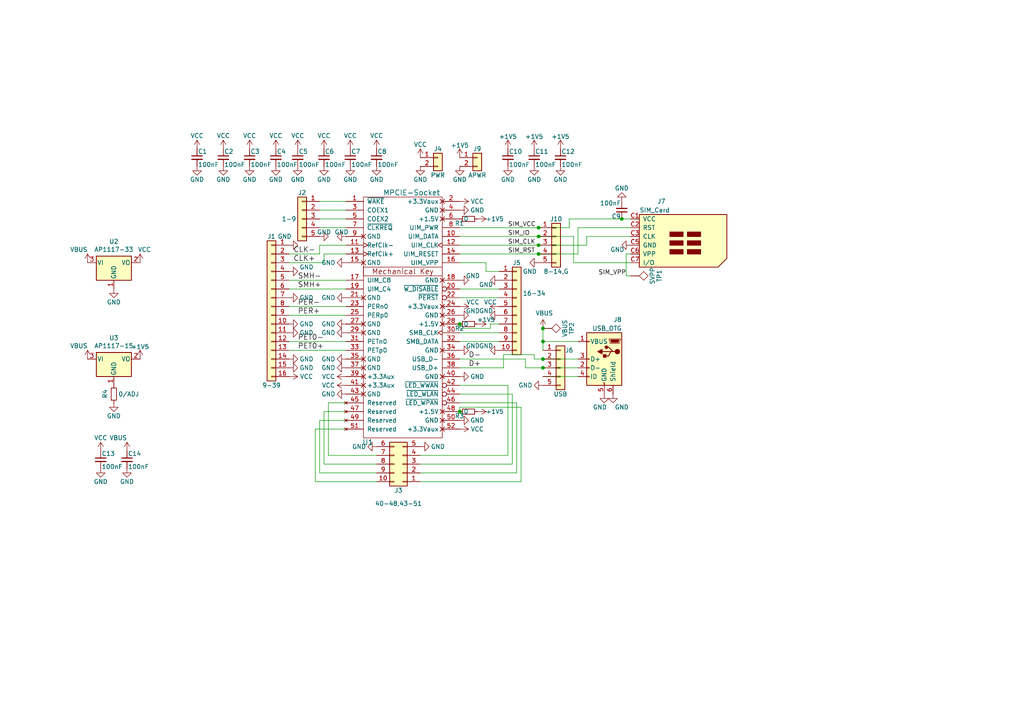
<source format=kicad_sch>
(kicad_sch (version 20211123) (generator eeschema)
  (paper "A4")
  (lib_symbols
    (symbol "Device:C_Small" (pin_numbers hide) (pin_names (offset 0.254) hide)
      (property "Reference" "C" (at 0.254 1.778 0))
      (property "Value" "C_Small" (at 0.254 -2.032 0))
      (symbol "C_Small_0_1"
        (polyline (pts (xy -1.524 -0.508) (xy 1.524 -0.508)) (stroke (width 0.3302)))
        (polyline (pts (xy -1.524 0.508) (xy 1.524 0.508)) (stroke (width 0.3048)))
      )
      (symbol "C_Small_1_1"
        (pin passive line (at 0 2.54 270) (length 2.032) (name "~") (number "1"))
        (pin passive line (at 0 -2.54 90) (length 2.032) (name "~") (number "2"))
      )
    )
    (symbol "Device:R_Small" (pin_numbers hide) (pin_names (offset 0.254) hide)
      (property "Reference" "R" (at 0.762 0.508 0))
      (property "Value" "R_Small" (at 0.762 -1.016 0))
      (symbol "R_Small_0_1"
        (rectangle (start -0.762 1.778) (end 0.762 -1.778) (stroke (width 0.2032)))
      )
      (symbol "R_Small_1_1"
        (pin passive line (at 0 2.54 270) (length 0.762) (name "~") (number "1"))
        (pin passive line (at 0 -2.54 90) (length 0.762) (name "~") (number "2"))
      )
    )
    (symbol "Regulator_Linear:AP1117-15" (pin_names (offset 0.254))
      (property "Reference" "U" (at -3.81 3.175 0))
      (property "Value" "AP1117-15" (at 0 3.175 0))
      (symbol "AP1117-15_0_1"
        (rectangle (start -5.08 -5.08) (end 5.08 1.905) (stroke (width 0.254)) (fill (type background)))
      )
      (symbol "AP1117-15_1_1"
        (pin power_in line (at 0 -7.62 90) (length 2.54) (name "GND") (number "1"))
        (pin power_out line (at 7.62 0 180) (length 2.54) (name "VO") (number "2"))
        (pin power_in line (at -7.62 0 0) (length 2.54) (name "VI") (number "3"))
      )
    )
    (symbol "Regulator_Linear:AP1117-33" (pin_names (offset 0.254))
      (property "Reference" "U" (at -3.81 3.175 0))
      (property "Value" "AP1117-33" (at 0 3.175 0))
      (symbol "AP1117-33_0_1"
        (rectangle (start -5.08 -5.08) (end 5.08 1.905) (stroke (width 0.254)) (fill (type background)))
      )
      (symbol "AP1117-33_1_1"
        (pin power_in line (at 0 -7.62 90) (length 2.54) (name "GND") (number "1"))
        (pin power_out line (at 7.62 0 180) (length 2.54) (name "VO") (number "2"))
        (pin power_in line (at -7.62 0 0) (length 2.54) (name "VI") (number "3"))
      )
    )
    (symbol "mpcie:MPCIE-Socket" (pin_names (offset 1.016))
      (property "Reference" "U" (at -10.16 33.02 0))
      (property "Value" "MPCIE-Socket" (at 2.54 -39.37 0))
      (symbol "MPCIE-Socket_0_0"
        (text "Mechanical Key" (at 0 -16.51 0) (effects (font (size 1.524 1.524))))
      )
      (symbol "MPCIE-Socket_0_1"
        (rectangle (start -11.43 -38.1) (end 11.43 31.75))
        (rectangle (start -11.43 -15.24) (end 11.43 -17.78))
      )
      (symbol "MPCIE-Socket_1_1"
        (pin bidirectional line (at -16.51 -36.83 0) (length 5.08) (name "~{WAKE}") (number "1"))
        (pin bidirectional line (at 16.51 -26.67 180) (length 5.08) (name "UIM_DATA") (number "10"))
        (pin input clock (at -16.51 -24.13 0) (length 5.08) (name "RefClk-") (number "11"))
        (pin bidirectional clock (at 16.51 -24.13 180) (length 5.08) (name "UIM_CLK") (number "12"))
        (pin input clock (at -16.51 -21.59 0) (length 5.08) (name "RefClk+") (number "13"))
        (pin bidirectional line (at 16.51 -21.59 180) (length 5.08) (name "UIM_RESET") (number "14"))
        (pin power_in non_logic (at -16.51 -19.05 0) (length 5.08) (name "GND") (number "15"))
        (pin bidirectional line (at 16.51 -19.05 180) (length 5.08) (name "UIM_VPP") (number "16"))
        (pin bidirectional line (at -16.51 -13.97 0) (length 5.08) (name "UIM_C8") (number "17"))
        (pin power_in non_logic (at 16.51 -13.97 180) (length 5.08) (name "GND") (number "18"))
        (pin bidirectional line (at -16.51 -11.43 0) (length 5.08) (name "UIM_C4") (number "19"))
        (pin power_in non_logic (at 16.51 -36.83 180) (length 5.08) (name "+3.3Vaux") (number "2"))
        (pin bidirectional inverted (at 16.51 -11.43 180) (length 5.08) (name "~{W_DISABLE}") (number "20"))
        (pin power_in non_logic (at -16.51 -8.89 0) (length 5.08) (name "GND") (number "21"))
        (pin bidirectional inverted (at 16.51 -8.89 180) (length 5.08) (name "~{PERST}") (number "22"))
        (pin bidirectional line (at -16.51 -6.35 0) (length 5.08) (name "PERn0") (number "23"))
        (pin power_in non_logic (at 16.51 -6.35 180) (length 5.08) (name "+3.3Vaux") (number "24"))
        (pin bidirectional line (at -16.51 -3.81 0) (length 5.08) (name "PERp0") (number "25"))
        (pin power_in non_logic (at 16.51 -3.81 180) (length 5.08) (name "GND") (number "26"))
        (pin power_in non_logic (at -16.51 -1.27 0) (length 5.08) (name "GND") (number "27"))
        (pin power_in non_logic (at 16.51 -1.27 180) (length 5.08) (name "+1.5V") (number "28"))
        (pin power_in non_logic (at -16.51 1.27 0) (length 5.08) (name "GND") (number "29"))
        (pin bidirectional line (at -16.51 -34.29 0) (length 5.08) (name "COEX1") (number "3"))
        (pin bidirectional clock (at 16.51 1.27 180) (length 5.08) (name "SMB_CLK") (number "30"))
        (pin bidirectional line (at -16.51 3.81 0) (length 5.08) (name "PETn0") (number "31"))
        (pin bidirectional line (at 16.51 3.81 180) (length 5.08) (name "SMB_DATA") (number "32"))
        (pin bidirectional line (at -16.51 6.35 0) (length 5.08) (name "PETp0") (number "33"))
        (pin power_in non_logic (at 16.51 6.35 180) (length 5.08) (name "GND") (number "34"))
        (pin power_in non_logic (at -16.51 8.89 0) (length 5.08) (name "GND") (number "35"))
        (pin bidirectional line (at 16.51 8.89 180) (length 5.08) (name "USB_D-") (number "36"))
        (pin power_in non_logic (at -16.51 11.43 0) (length 5.08) (name "GND") (number "37"))
        (pin bidirectional line (at 16.51 11.43 180) (length 5.08) (name "USB_D+") (number "38"))
        (pin power_in non_logic (at -16.51 13.97 0) (length 5.08) (name "+3.3Aux") (number "39"))
        (pin power_in non_logic (at 16.51 -34.29 180) (length 5.08) (name "GND") (number "4"))
        (pin power_in non_logic (at 16.51 13.97 180) (length 5.08) (name "GND") (number "40"))
        (pin power_in non_logic (at -16.51 16.51 0) (length 5.08) (name "+3.3Aux") (number "41"))
        (pin bidirectional inverted (at 16.51 16.51 180) (length 5.08) (name "~{LED_WWAN}") (number "42"))
        (pin power_in non_logic (at -16.51 19.05 0) (length 5.08) (name "GND") (number "43"))
        (pin bidirectional inverted (at 16.51 19.05 180) (length 5.08) (name "~{LED_WLAN}") (number "44"))
        (pin no_connect line (at -16.51 21.59 0) (length 5.08) (name "Reserved") (number "45"))
        (pin bidirectional inverted (at 16.51 21.59 180) (length 5.08) (name "~{LED_WPAN}") (number "46"))
        (pin no_connect line (at -16.51 24.13 0) (length 5.08) (name "Reserved") (number "47"))
        (pin power_in non_logic (at 16.51 24.13 180) (length 5.08) (name "+1.5V") (number "48"))
        (pin no_connect line (at -16.51 26.67 0) (length 5.08) (name "Reserved") (number "49"))
        (pin bidirectional line (at -16.51 -31.75 0) (length 5.08) (name "COEX2") (number "5"))
        (pin power_in non_logic (at 16.51 26.67 180) (length 5.08) (name "GND") (number "50"))
        (pin no_connect line (at -16.51 29.21 0) (length 5.08) (name "Reserved") (number "51"))
        (pin power_in non_logic (at 16.51 29.21 180) (length 5.08) (name "+3.3Vaux") (number "52"))
        (pin power_in non_logic (at 16.51 -31.75 180) (length 5.08) (name "+1.5V") (number "6"))
        (pin bidirectional line (at -16.51 -29.21 0) (length 5.08) (name "~{CLKREQ}") (number "7"))
        (pin bidirectional line (at 16.51 -29.21 180) (length 5.08) (name "UIM_PWR") (number "8"))
        (pin power_in non_logic (at -16.51 -26.67 0) (length 5.08) (name "GND") (number "9"))
      )
    )
    (symbol "mpcie_breakout-rescue:Conn_01x02-conn" (pin_names (offset 1.016) hide)
      (property "Reference" "J" (at 0 2.54 0))
      (property "Value" "Conn_01x02-conn" (at 0 -5.08 0))
      (symbol "Conn_01x02-conn_1_1"
        (rectangle (start -1.27 -2.413) (end 0 -2.667) (stroke (width 0.1524)))
        (rectangle (start -1.27 0.127) (end 0 -0.127) (stroke (width 0.1524)))
        (rectangle (start -1.27 1.27) (end 1.27 -3.81) (stroke (width 0.254)) (fill (type background)))
        (pin passive line (at -5.08 0 0) (length 3.81) (name "Pin_1") (number "1"))
        (pin passive line (at -5.08 -2.54 0) (length 3.81) (name "Pin_2") (number "2"))
      )
    )
    (symbol "mpcie_breakout-rescue:Conn_01x05-conn" (pin_names (offset 1.016) hide)
      (property "Reference" "J" (at 0 7.62 0))
      (property "Value" "Conn_01x05-conn" (at 0 -7.62 0))
      (symbol "Conn_01x05-conn_1_1"
        (rectangle (start -1.27 -4.953) (end 0 -5.207) (stroke (width 0.1524)))
        (rectangle (start -1.27 -2.413) (end 0 -2.667) (stroke (width 0.1524)))
        (rectangle (start -1.27 0.127) (end 0 -0.127) (stroke (width 0.1524)))
        (rectangle (start -1.27 2.667) (end 0 2.413) (stroke (width 0.1524)))
        (rectangle (start -1.27 5.207) (end 0 4.953) (stroke (width 0.1524)))
        (rectangle (start -1.27 6.35) (end 1.27 -6.35) (stroke (width 0.254)) (fill (type background)))
        (pin passive line (at -5.08 5.08 0) (length 3.81) (name "Pin_1") (number "1"))
        (pin passive line (at -5.08 2.54 0) (length 3.81) (name "Pin_2") (number "2"))
        (pin passive line (at -5.08 0 0) (length 3.81) (name "Pin_3") (number "3"))
        (pin passive line (at -5.08 -2.54 0) (length 3.81) (name "Pin_4") (number "4"))
        (pin passive line (at -5.08 -5.08 0) (length 3.81) (name "Pin_5") (number "5"))
      )
    )
    (symbol "mpcie_breakout-rescue:Conn_01x10-conn" (pin_names (offset 1.016) hide)
      (property "Reference" "J" (at 0 12.7 0))
      (property "Value" "Conn_01x10-conn" (at 0 -15.24 0))
      (symbol "Conn_01x10-conn_1_1"
        (rectangle (start -1.27 -12.573) (end 0 -12.827) (stroke (width 0.1524)))
        (rectangle (start -1.27 -10.033) (end 0 -10.287) (stroke (width 0.1524)))
        (rectangle (start -1.27 -7.493) (end 0 -7.747) (stroke (width 0.1524)))
        (rectangle (start -1.27 -4.953) (end 0 -5.207) (stroke (width 0.1524)))
        (rectangle (start -1.27 -2.413) (end 0 -2.667) (stroke (width 0.1524)))
        (rectangle (start -1.27 0.127) (end 0 -0.127) (stroke (width 0.1524)))
        (rectangle (start -1.27 2.667) (end 0 2.413) (stroke (width 0.1524)))
        (rectangle (start -1.27 5.207) (end 0 4.953) (stroke (width 0.1524)))
        (rectangle (start -1.27 7.747) (end 0 7.493) (stroke (width 0.1524)))
        (rectangle (start -1.27 10.287) (end 0 10.033) (stroke (width 0.1524)))
        (rectangle (start -1.27 11.43) (end 1.27 -13.97) (stroke (width 0.254)) (fill (type background)))
        (pin passive line (at -5.08 10.16 0) (length 3.81) (name "Pin_1") (number "1"))
        (pin passive line (at -5.08 -12.7 0) (length 3.81) (name "Pin_10") (number "10"))
        (pin passive line (at -5.08 7.62 0) (length 3.81) (name "Pin_2") (number "2"))
        (pin passive line (at -5.08 5.08 0) (length 3.81) (name "Pin_3") (number "3"))
        (pin passive line (at -5.08 2.54 0) (length 3.81) (name "Pin_4") (number "4"))
        (pin passive line (at -5.08 0 0) (length 3.81) (name "Pin_5") (number "5"))
        (pin passive line (at -5.08 -2.54 0) (length 3.81) (name "Pin_6") (number "6"))
        (pin passive line (at -5.08 -5.08 0) (length 3.81) (name "Pin_7") (number "7"))
        (pin passive line (at -5.08 -7.62 0) (length 3.81) (name "Pin_8") (number "8"))
        (pin passive line (at -5.08 -10.16 0) (length 3.81) (name "Pin_9") (number "9"))
      )
    )
    (symbol "mpcie_breakout-rescue:Conn_01x16-conn" (pin_names (offset 1.016) hide)
      (property "Reference" "J" (at 0 20.32 0))
      (property "Value" "Conn_01x16-conn" (at 0 -22.86 0))
      (symbol "Conn_01x16-conn_1_1"
        (rectangle (start -1.27 -20.193) (end 0 -20.447) (stroke (width 0.1524)))
        (rectangle (start -1.27 -17.653) (end 0 -17.907) (stroke (width 0.1524)))
        (rectangle (start -1.27 -15.113) (end 0 -15.367) (stroke (width 0.1524)))
        (rectangle (start -1.27 -12.573) (end 0 -12.827) (stroke (width 0.1524)))
        (rectangle (start -1.27 -10.033) (end 0 -10.287) (stroke (width 0.1524)))
        (rectangle (start -1.27 -7.493) (end 0 -7.747) (stroke (width 0.1524)))
        (rectangle (start -1.27 -4.953) (end 0 -5.207) (stroke (width 0.1524)))
        (rectangle (start -1.27 -2.413) (end 0 -2.667) (stroke (width 0.1524)))
        (rectangle (start -1.27 0.127) (end 0 -0.127) (stroke (width 0.1524)))
        (rectangle (start -1.27 2.667) (end 0 2.413) (stroke (width 0.1524)))
        (rectangle (start -1.27 5.207) (end 0 4.953) (stroke (width 0.1524)))
        (rectangle (start -1.27 7.747) (end 0 7.493) (stroke (width 0.1524)))
        (rectangle (start -1.27 10.287) (end 0 10.033) (stroke (width 0.1524)))
        (rectangle (start -1.27 12.827) (end 0 12.573) (stroke (width 0.1524)))
        (rectangle (start -1.27 15.367) (end 0 15.113) (stroke (width 0.1524)))
        (rectangle (start -1.27 17.907) (end 0 17.653) (stroke (width 0.1524)))
        (rectangle (start -1.27 19.05) (end 1.27 -21.59) (stroke (width 0.254)) (fill (type background)))
        (pin passive line (at -5.08 17.78 0) (length 3.81) (name "Pin_1") (number "1"))
        (pin passive line (at -5.08 -5.08 0) (length 3.81) (name "Pin_10") (number "10"))
        (pin passive line (at -5.08 -7.62 0) (length 3.81) (name "Pin_11") (number "11"))
        (pin passive line (at -5.08 -10.16 0) (length 3.81) (name "Pin_12") (number "12"))
        (pin passive line (at -5.08 -12.7 0) (length 3.81) (name "Pin_13") (number "13"))
        (pin passive line (at -5.08 -15.24 0) (length 3.81) (name "Pin_14") (number "14"))
        (pin passive line (at -5.08 -17.78 0) (length 3.81) (name "Pin_15") (number "15"))
        (pin passive line (at -5.08 -20.32 0) (length 3.81) (name "Pin_16") (number "16"))
        (pin passive line (at -5.08 15.24 0) (length 3.81) (name "Pin_2") (number "2"))
        (pin passive line (at -5.08 12.7 0) (length 3.81) (name "Pin_3") (number "3"))
        (pin passive line (at -5.08 10.16 0) (length 3.81) (name "Pin_4") (number "4"))
        (pin passive line (at -5.08 7.62 0) (length 3.81) (name "Pin_5") (number "5"))
        (pin passive line (at -5.08 5.08 0) (length 3.81) (name "Pin_6") (number "6"))
        (pin passive line (at -5.08 2.54 0) (length 3.81) (name "Pin_7") (number "7"))
        (pin passive line (at -5.08 0 0) (length 3.81) (name "Pin_8") (number "8"))
        (pin passive line (at -5.08 -2.54 0) (length 3.81) (name "Pin_9") (number "9"))
      )
    )
    (symbol "mpcie_breakout-rescue:Conn_02x05_Counter_Clockwise-conn" (pin_names (offset 1.016) hide)
      (property "Reference" "J" (at 1.27 7.62 0))
      (property "Value" "Conn_02x05_Counter_Clockwise-conn" (at 1.27 -7.62 0))
      (symbol "Conn_02x05_Counter_Clockwise-conn_1_1"
        (rectangle (start -1.27 -4.953) (end 0 -5.207) (stroke (width 0.1524)))
        (rectangle (start -1.27 -2.413) (end 0 -2.667) (stroke (width 0.1524)))
        (rectangle (start -1.27 0.127) (end 0 -0.127) (stroke (width 0.1524)))
        (rectangle (start -1.27 2.667) (end 0 2.413) (stroke (width 0.1524)))
        (rectangle (start -1.27 5.207) (end 0 4.953) (stroke (width 0.1524)))
        (rectangle (start -1.27 6.35) (end 3.81 -6.35) (stroke (width 0.254)) (fill (type background)))
        (rectangle (start 3.81 -4.953) (end 2.54 -5.207) (stroke (width 0.1524)))
        (rectangle (start 3.81 -2.413) (end 2.54 -2.667) (stroke (width 0.1524)))
        (rectangle (start 3.81 0.127) (end 2.54 -0.127) (stroke (width 0.1524)))
        (rectangle (start 3.81 2.667) (end 2.54 2.413) (stroke (width 0.1524)))
        (rectangle (start 3.81 5.207) (end 2.54 4.953) (stroke (width 0.1524)))
        (pin passive line (at -5.08 5.08 0) (length 3.81) (name "Pin_1") (number "1"))
        (pin passive line (at 7.62 5.08 180) (length 3.81) (name "Pin_10") (number "10"))
        (pin passive line (at -5.08 2.54 0) (length 3.81) (name "Pin_2") (number "2"))
        (pin passive line (at -5.08 0 0) (length 3.81) (name "Pin_3") (number "3"))
        (pin passive line (at -5.08 -2.54 0) (length 3.81) (name "Pin_4") (number "4"))
        (pin passive line (at -5.08 -5.08 0) (length 3.81) (name "Pin_5") (number "5"))
        (pin passive line (at 7.62 -5.08 180) (length 3.81) (name "Pin_6") (number "6"))
        (pin passive line (at 7.62 -2.54 180) (length 3.81) (name "Pin_7") (number "7"))
        (pin passive line (at 7.62 0 180) (length 3.81) (name "Pin_8") (number "8"))
        (pin passive line (at 7.62 2.54 180) (length 3.81) (name "Pin_9") (number "9"))
      )
    )
    (symbol "mpcie_breakout-rescue:SIM_Card-conn" (pin_names (offset 1.016))
      (property "Reference" "J" (at -2.54 12.7 0))
      (property "Value" "SIM_Card-conn" (at -1.27 10.16 0))
      (symbol "SIM_Card-conn_0_1"
        (rectangle (start -1.27 -2.54) (end 2.54 -1.27) (stroke (width 0.254)) (fill (type outline)))
        (rectangle (start -1.27 0) (end 2.54 1.27) (stroke (width 0.254)) (fill (type outline)))
        (rectangle (start -1.27 2.54) (end 2.54 3.81) (stroke (width 0.254)) (fill (type outline)))
        (polyline (pts (xy -10.16 8.89) (xy 15.24 8.89) (xy 15.24 -3.81) (xy 12.7 -6.35) (xy -10.16 -6.35) (xy -10.16 8.89)) (stroke (width 0.254)) (fill (type background)))
        (rectangle (start 3.81 -1.27) (end 7.62 -2.54) (stroke (width 0.254)) (fill (type outline)))
        (rectangle (start 3.81 0) (end 7.62 1.27) (stroke (width 0.254)) (fill (type outline)))
        (rectangle (start 3.81 2.54) (end 7.62 3.81) (stroke (width 0.254)) (fill (type outline)))
      )
      (symbol "SIM_Card-conn_1_1"
        (pin power_in line (at -12.7 7.62 0) (length 2.54) (name "VCC") (number "C1"))
        (pin input line (at -12.7 5.08 0) (length 2.54) (name "RST") (number "C2"))
        (pin input line (at -12.7 2.54 0) (length 2.54) (name "CLK") (number "C3"))
        (pin power_in line (at -12.7 0 0) (length 2.54) (name "GND") (number "C5"))
        (pin input line (at -12.7 -2.54 0) (length 2.54) (name "VPP") (number "C6"))
        (pin bidirectional line (at -12.7 -5.08 0) (length 2.54) (name "I/O") (number "C7"))
      )
    )
    (symbol "mpcie_breakout-rescue:TEST" (pin_numbers hide) (pin_names (offset 1.016) hide)
      (property "Reference" "TP" (at 0 7.62 0))
      (property "Value" "TEST" (at 0 6.35 0))
      (symbol "TEST_0_1"
        (polyline (pts (xy 0 5.08) (xy -1.27 3.81) (xy 0 2.54) (xy 1.27 3.81) (xy 0 5.08) (xy 0 5.08)))
      )
      (symbol "TEST_1_1"
        (pin passive line (at 0 0 90) (length 2.54) (name "~") (number "1"))
      )
    )
    (symbol "mpcie_breakout-rescue:USB_OTG-conn" (pin_names (offset 1.016))
      (property "Reference" "J" (at -5.08 11.43 0))
      (property "Value" "USB_OTG-conn" (at -5.08 8.89 0))
      (symbol "USB_OTG-conn_0_1"
        (rectangle (start -5.08 -7.62) (end 5.08 7.62) (stroke (width 0.254)) (fill (type background)))
        (circle (center -3.81 2.159) (radius 0.635) (stroke (width 0.254)) (fill (type outline)))
        (circle (center -0.635 3.429) (radius 0.381) (stroke (width 0.254)) (fill (type outline)))
        (rectangle (start -0.127 -7.62) (end 0.127 -6.858))
        (polyline (pts (xy -1.905 2.159) (xy 0.635 2.159)) (stroke (width 0.254)))
        (polyline (pts (xy -3.175 2.159) (xy -2.54 2.159) (xy -1.27 3.429) (xy -0.635 3.429)) (stroke (width 0.254)))
        (polyline (pts (xy -2.54 2.159) (xy -1.905 2.159) (xy -1.27 0.889) (xy 0 0.889)) (stroke (width 0.254)))
        (polyline (pts (xy 0.635 2.794) (xy 0.635 1.524) (xy 1.905 2.159) (xy 0.635 2.794)) (stroke (width 0.254)) (fill (type outline)))
        (polyline (pts (xy -4.318 5.588) (xy -1.778 5.588) (xy -2.032 4.826) (xy -4.064 4.826) (xy -4.318 5.588)) (fill (type outline)))
        (polyline (pts (xy -4.699 5.842) (xy -4.699 5.588) (xy -4.445 4.826) (xy -4.445 4.572) (xy -1.651 4.572) (xy -1.651 4.826) (xy -1.397 5.588) (xy -1.397 5.842) (xy -4.699 5.842)))
        (rectangle (start 0.254 1.27) (end -0.508 0.508) (stroke (width 0.254)) (fill (type outline)))
        (rectangle (start 5.08 -5.207) (end 4.318 -4.953))
        (rectangle (start 5.08 -2.667) (end 4.318 -2.413))
        (rectangle (start 5.08 -0.127) (end 4.318 0.127))
        (rectangle (start 5.08 4.953) (end 4.318 5.207))
      )
      (symbol "USB_OTG-conn_1_1"
        (pin power_in line (at 7.62 5.08 180) (length 2.54) (name "VBUS") (number "1"))
        (pin passive line (at 7.62 -2.54 180) (length 2.54) (name "D-") (number "2"))
        (pin passive line (at 7.62 0 180) (length 2.54) (name "D+") (number "3"))
        (pin passive line (at 7.62 -5.08 180) (length 2.54) (name "ID") (number "4"))
        (pin power_in line (at 0 -10.16 90) (length 2.54) (name "GND") (number "5"))
        (pin passive line (at -2.54 -10.16 90) (length 2.54) (name "Shield") (number "6"))
      )
    )
    (symbol "power:+1V5" (power) (pin_names (offset 0))
      (property "Value" "+1V5" (at 0 3.556 0))
      (symbol "+1V5_0_1"
        (polyline (pts (xy -0.762 1.27) (xy 0 2.54)))
        (polyline (pts (xy 0 0) (xy 0 2.54)))
        (polyline (pts (xy 0 2.54) (xy 0.762 1.27)))
      )
      (symbol "+1V5_1_1"
        (pin power_in line (at 0 0 90) (length 0) hide (name "+1V5") (number "1"))
      )
    )
    (symbol "power:GND" (power) (pin_names (offset 0))
      (property "Value" "GND" (at 0 -3.81 0))
      (symbol "GND_0_1"
        (polyline (pts (xy 0 0) (xy 0 -1.27) (xy 1.27 -1.27) (xy 0 -2.54) (xy -1.27 -1.27) (xy 0 -1.27)))
      )
      (symbol "GND_1_1"
        (pin power_in line (at 0 0 270) (length 0) hide (name "GND") (number "1"))
      )
    )
    (symbol "power:VBUS" (power) (pin_names (offset 0))
      (property "Value" "VBUS" (at 0 3.81 0))
      (symbol "VBUS_0_1"
        (polyline (pts (xy -0.762 1.27) (xy 0 2.54)))
        (polyline (pts (xy 0 0) (xy 0 2.54)))
        (polyline (pts (xy 0 2.54) (xy 0.762 1.27)))
      )
      (symbol "VBUS_1_1"
        (pin power_in line (at 0 0 90) (length 0) hide (name "VBUS") (number "1"))
      )
    )
    (symbol "power:VCC" (power) (pin_names (offset 0))
      (property "Value" "VCC" (at 0 3.81 0))
      (symbol "VCC_0_1"
        (polyline (pts (xy -0.762 1.27) (xy 0 2.54)))
        (polyline (pts (xy 0 0) (xy 0 2.54)))
        (polyline (pts (xy 0 2.54) (xy 0.762 1.27)))
      )
      (symbol "VCC_1_1"
        (pin power_in line (at 0 0 90) (length 0) hide (name "VCC") (number "1"))
      )
    )
  )
  (junction (at 156.21 68.58))
  (junction (at 133.35 93.98))
  (junction (at 157.48 106.68))
  (junction (at 156.21 73.66))
  (junction (at 157.48 104.14))
  (junction (at 157.48 99.06))
  (junction (at 133.35 119.38))
  (junction (at 156.21 71.12))
  (junction (at 157.48 95.25))
  (junction (at 156.21 66.04))
  (junction (at 180.34 63.5))
  (wire (pts (xy 182.88 73.66) (xy 181.61 73.66)))
  (wire (pts (xy 100.33 124.46) (xy 91.44 124.46)))
  (wire (pts (xy 100.33 119.38) (xy 93.98 119.38)))
  (wire (pts (xy 181.61 73.66) (xy 181.61 80.01)))
  (wire (pts (xy 152.4 104.14) (xy 152.4 106.68)))
  (wire (pts (xy 83.82 73.66) (xy 92.71 73.66)))
  (wire (pts (xy 93.98 119.38) (xy 93.98 134.62)))
  (wire (pts (xy 100.33 60.96) (xy 92.71 60.96)))
  (wire (pts (xy 133.35 76.2) (xy 140.97 76.2)))
  (wire (pts (xy 146.05 102.87) (xy 154.94 102.87)))
  (wire (pts (xy 133.35 99.06) (xy 144.78 99.06)))
  (wire (pts (xy 133.35 73.66) (xy 156.21 73.66)))
  (wire (pts (xy 93.98 134.62) (xy 109.22 134.62)))
  (wire (pts (xy 167.64 99.06) (xy 157.48 99.06)))
  (wire (pts (xy 100.33 91.44) (xy 83.82 91.44)))
  (wire (pts (xy 93.98 73.66) (xy 93.98 76.2)))
  (wire (pts (xy 147.32 132.08) (xy 121.92 132.08)))
  (wire (pts (xy 157.48 104.14) (xy 167.64 104.14)))
  (wire (pts (xy 181.61 80.01) (xy 182.88 80.01)))
  (wire (pts (xy 146.05 106.68) (xy 146.05 102.87)))
  (wire (pts (xy 166.37 76.2) (xy 182.88 76.2)))
  (wire (pts (xy 148.59 134.62) (xy 121.92 134.62)))
  (wire (pts (xy 92.71 63.5) (xy 100.33 63.5)))
  (wire (pts (xy 133.35 96.52) (xy 144.78 96.52)))
  (wire (pts (xy 133.35 119.38) (xy 133.35 118.11)))
  (wire (pts (xy 157.48 106.68) (xy 167.64 106.68)))
  (wire (pts (xy 83.82 88.9) (xy 100.33 88.9)))
  (wire (pts (xy 133.35 71.12) (xy 156.21 71.12)))
  (wire (pts (xy 91.44 124.46) (xy 91.44 139.7)))
  (wire (pts (xy 165.1 63.5) (xy 180.34 63.5)))
  (wire (pts (xy 148.59 114.3) (xy 148.59 134.62)))
  (wire (pts (xy 149.86 137.16) (xy 121.92 137.16)))
  (wire (pts (xy 95.25 132.08) (xy 95.25 116.84)))
  (wire (pts (xy 140.97 76.2) (xy 140.97 78.74)))
  (wire (pts (xy 83.82 81.28) (xy 100.33 81.28)))
  (wire (pts (xy 93.98 76.2) (xy 83.82 76.2)))
  (wire (pts (xy 170.18 71.12) (xy 170.18 68.58)))
  (wire (pts (xy 133.35 104.14) (xy 152.4 104.14)))
  (wire (pts (xy 133.35 68.58) (xy 156.21 68.58)))
  (wire (pts (xy 147.32 111.76) (xy 147.32 132.08)))
  (wire (pts (xy 180.34 63.5) (xy 182.88 63.5)))
  (wire (pts (xy 92.71 58.42) (xy 100.33 58.42)))
  (wire (pts (xy 152.4 106.68) (xy 157.48 106.68)))
  (wire (pts (xy 151.13 118.11) (xy 151.13 139.7)))
  (wire (pts (xy 140.97 78.74) (xy 144.78 78.74)))
  (wire (pts (xy 157.48 109.22) (xy 167.64 109.22)))
  (wire (pts (xy 133.35 114.3) (xy 148.59 114.3)))
  (wire (pts (xy 165.1 66.04) (xy 165.1 63.5)))
  (wire (pts (xy 133.35 111.76) (xy 147.32 111.76)))
  (wire (pts (xy 95.25 116.84) (xy 100.33 116.84)))
  (wire (pts (xy 156.21 73.66) (xy 167.64 73.66)))
  (wire (pts (xy 156.21 71.12) (xy 170.18 71.12)))
  (wire (pts (xy 109.22 137.16) (xy 92.71 137.16)))
  (wire (pts (xy 142.24 95.25) (xy 142.24 93.98)))
  (wire (pts (xy 167.64 73.66) (xy 167.64 66.04)))
  (wire (pts (xy 156.21 68.58) (xy 166.37 68.58)))
  (wire (pts (xy 100.33 73.66) (xy 93.98 73.66)))
  (wire (pts (xy 83.82 99.06) (xy 100.33 99.06)))
  (wire (pts (xy 149.86 116.84) (xy 149.86 137.16)))
  (wire (pts (xy 133.35 118.11) (xy 151.13 118.11)))
  (wire (pts (xy 157.48 95.25) (xy 157.48 99.06)))
  (wire (pts (xy 133.35 116.84) (xy 149.86 116.84)))
  (wire (pts (xy 133.35 83.82) (xy 144.78 83.82)))
  (wire (pts (xy 133.35 66.04) (xy 156.21 66.04)))
  (wire (pts (xy 151.13 139.7) (xy 121.92 139.7)))
  (wire (pts (xy 100.33 66.04) (xy 92.71 66.04)))
  (wire (pts (xy 170.18 68.58) (xy 182.88 68.58)))
  (wire (pts (xy 133.35 95.25) (xy 142.24 95.25)))
  (wire (pts (xy 154.94 102.87) (xy 154.94 104.14)))
  (wire (pts (xy 157.48 99.06) (xy 157.48 101.6)))
  (wire (pts (xy 92.71 73.66) (xy 92.71 71.12)))
  (wire (pts (xy 91.44 139.7) (xy 109.22 139.7)))
  (wire (pts (xy 133.35 106.68) (xy 146.05 106.68)))
  (wire (pts (xy 133.35 86.36) (xy 144.78 86.36)))
  (wire (pts (xy 167.64 66.04) (xy 182.88 66.04)))
  (wire (pts (xy 166.37 68.58) (xy 166.37 76.2)))
  (wire (pts (xy 100.33 101.6) (xy 83.82 101.6)))
  (wire (pts (xy 109.22 132.08) (xy 95.25 132.08)))
  (wire (pts (xy 92.71 121.92) (xy 100.33 121.92)))
  (wire (pts (xy 154.94 104.14) (xy 157.48 104.14)))
  (wire (pts (xy 92.71 137.16) (xy 92.71 121.92)))
  (wire (pts (xy 100.33 83.82) (xy 83.82 83.82)))
  (wire (pts (xy 142.24 93.98) (xy 144.78 93.98)))
  (wire (pts (xy 92.71 71.12) (xy 100.33 71.12)))
  (wire (pts (xy 156.21 66.04) (xy 165.1 66.04)))
  (wire (pts (xy 133.35 93.98) (xy 133.35 95.25)))
  (label "SIM_IO" (at 147.32 68.58 0))
  (label "PER+" (at 86.36 91.44 0) (effects (font (size 1.524 1.524))))
  (label "CLK-" (at 85.09 73.66 0) (effects (font (size 1.524 1.524))))
  (label "SMH-" (at 86.36 81.28 0) (effects (font (size 1.524 1.524))))
  (label "PET0-" (at 86.36 99.06 0) (effects (font (size 1.524 1.524))))
  (label "PET0+" (at 86.36 101.6 0) (effects (font (size 1.524 1.524))))
  (label "SIM_CLK" (at 147.32 71.12 0))
  (label "D+" (at 135.89 106.68 0) (effects (font (size 1.524 1.524))))
  (label "SMH+" (at 86.36 83.82 0) (effects (font (size 1.524 1.524))))
  (label "SIM_VCC" (at 147.32 66.04 0))
  (label "PER-" (at 86.36 88.9 0) (effects (font (size 1.524 1.524))))
  (label "D-" (at 135.89 104.14 0) (effects (font (size 1.524 1.524))))
  (label "CLK+" (at 85.09 76.2 0) (effects (font (size 1.524 1.524))))
  (label "SIM_RST" (at 147.32 73.66 0))
  (label "SIM_VPP" (at 181.61 80.01 180))
  (symbol (lib_id "mpcie:MPCIE-Socket") (at 116.84 95.25 0) (mirror x) (unit 1)
    (property "Reference" "U1" (at 106.68 128.27 0) (effects (font (size 1.524 1.524))))
    (property "Value" "MPCIE-Socket" (at 119.38 55.88 0) (effects (font (size 1.524 1.524))))
    (property "Footprint" "mpcie_breakout:mpcie-socket" (effects hide))
  )
  (symbol (lib_id "mpcie_breakout-rescue:SIM_Card-conn") (at 195.58 71.12 0) (unit 1)
    (property "Reference" "J7" (at 193.04 58.42 0) (effects (justify right)))
    (property "Value" "SIM_Card" (at 194.31 60.96 0) (effects (justify right)))
    (property "Footprint" "mpcie_breakout:MICROSIM_6P_SMD_HOLDER" (effects hide))
  )
  (symbol (lib_id "power:GND") (at 182.88 71.12 270) (unit 1)
    (property "Reference" "#PWR01" (effects hide))
    (property "Value" "GND" (at 179.07 72.39 90))
  )
  (symbol (lib_id "power:GND") (at 133.35 81.28 90) (unit 1)
    (property "Reference" "#PWR02" (effects hide))
    (property "Value" "GND" (at 137.16 80.01 90))
  )
  (symbol (lib_id "power:GND") (at 133.35 91.44 90) (unit 1)
    (property "Reference" "#PWR03" (effects hide))
    (property "Value" "GND" (at 137.16 90.17 90))
  )
  (symbol (lib_id "power:GND") (at 133.35 101.6 90) (unit 1)
    (property "Reference" "#PWR04" (effects hide))
    (property "Value" "GND" (at 137.16 100.33 90))
  )
  (symbol (lib_id "power:GND") (at 133.35 109.22 90) (unit 1)
    (property "Reference" "#PWR05" (effects hide))
    (property "Value" "GND" (at 138.43 109.22 90))
  )
  (symbol (lib_id "power:GND") (at 133.35 121.92 90) (unit 1)
    (property "Reference" "#PWR06" (effects hide))
    (property "Value" "GND" (at 138.43 121.92 90))
  )
  (symbol (lib_id "power:GND") (at 100.33 114.3 270) (mirror x) (unit 1)
    (property "Reference" "#PWR07" (effects hide))
    (property "Value" "GND" (at 95.25 114.3 90))
  )
  (symbol (lib_id "power:GND") (at 100.33 106.68 270) (unit 1)
    (property "Reference" "#PWR08" (effects hide))
    (property "Value" "GND" (at 95.25 106.68 90))
  )
  (symbol (lib_id "power:GND") (at 100.33 104.14 270) (unit 1)
    (property "Reference" "#PWR09" (effects hide))
    (property "Value" "GND" (at 95.25 104.14 90))
  )
  (symbol (lib_id "power:GND") (at 100.33 96.52 270) (unit 1)
    (property "Reference" "#PWR010" (effects hide))
    (property "Value" "GND" (at 95.25 96.52 90))
  )
  (symbol (lib_id "power:GND") (at 100.33 93.98 270) (unit 1)
    (property "Reference" "#PWR011" (effects hide))
    (property "Value" "GND" (at 95.25 93.98 90))
  )
  (symbol (lib_id "power:GND") (at 100.33 86.36 270) (unit 1)
    (property "Reference" "#PWR012" (effects hide))
    (property "Value" "GND" (at 95.25 86.36 90))
  )
  (symbol (lib_id "power:GND") (at 100.33 68.58 270) (unit 1)
    (property "Reference" "#PWR013" (effects hide))
    (property "Value" "GND" (at 99.06 67.31 90))
  )
  (symbol (lib_id "power:GND") (at 100.33 76.2 270) (unit 1)
    (property "Reference" "#PWR014" (effects hide))
    (property "Value" "GND" (at 95.25 76.2 90))
  )
  (symbol (lib_id "mpcie_breakout-rescue:USB_OTG-conn") (at 175.26 104.14 0) (mirror y) (unit 1)
    (property "Reference" "J8" (at 180.34 92.71 0) (effects (justify left)))
    (property "Value" "USB_OTG" (at 180.34 95.25 0) (effects (justify left)))
    (property "Footprint" "mpcie_breakout:MICROUSB_SIMPLE" (effects hide))
  )
  (symbol (lib_id "power:VCC") (at 133.35 58.42 270) (unit 1)
    (property "Reference" "#PWR015" (effects hide))
    (property "Value" "VCC" (at 138.43 58.42 90))
  )
  (symbol (lib_id "power:VCC") (at 133.35 88.9 270) (unit 1)
    (property "Reference" "#PWR016" (effects hide))
    (property "Value" "VCC" (at 137.16 87.63 90))
  )
  (symbol (lib_id "power:VCC") (at 133.35 124.46 270) (unit 1)
    (property "Reference" "#PWR017" (effects hide))
    (property "Value" "VCC" (at 138.43 124.46 90))
  )
  (symbol (lib_id "power:VCC") (at 100.33 111.76 90) (unit 1)
    (property "Reference" "#PWR018" (effects hide))
    (property "Value" "VCC" (at 95.25 111.76 90))
  )
  (symbol (lib_id "power:VCC") (at 100.33 109.22 90) (unit 1)
    (property "Reference" "#PWR019" (effects hide))
    (property "Value" "VCC" (at 95.25 109.22 90))
  )
  (symbol (lib_id "power:+1V5") (at 138.43 119.38 270) (unit 1)
    (property "Reference" "#PWR020" (effects hide))
    (property "Value" "+1V5" (at 143.51 119.38 90))
  )
  (symbol (lib_id "power:+1V5") (at 138.43 63.5 270) (unit 1)
    (property "Reference" "#PWR021" (effects hide))
    (property "Value" "+1V5" (at 143.51 63.5 90))
  )
  (symbol (lib_id "power:GND") (at 133.35 60.96 90) (unit 1)
    (property "Reference" "#PWR022" (effects hide))
    (property "Value" "GND" (at 138.43 60.96 90))
  )
  (symbol (lib_id "Device:R_Small") (at 135.89 63.5 90) (unit 1)
    (property "Reference" "R1" (at 134.62 64.77 90) (effects (justify left)))
    (property "Value" "0" (at 135.89 63.5 90) (effects (justify left)))
    (property "Footprint" "Resistor_SMD:R_0603_1608Metric_Pad1.05x0.95mm_HandSolder" (effects hide))
  )
  (symbol (lib_id "Device:R_Small") (at 135.89 119.38 90) (unit 1)
    (property "Reference" "R3" (at 134.62 120.65 90) (effects (justify left)))
    (property "Value" "0" (at 135.89 119.38 90) (effects (justify left)))
    (property "Footprint" "Resistor_SMD:R_0603_1608Metric_Pad1.05x0.95mm_HandSolder" (effects hide))
  )
  (symbol (lib_id "mpcie_breakout-rescue:Conn_02x05_Counter_Clockwise-conn") (at 116.84 134.62 180) (unit 1)
    (property "Reference" "J3" (at 115.57 142.24 0))
    (property "Value" "40-48,43-51" (at 115.57 146.05 0))
    (property "Footprint" "Pin_Headers:Pin_Header_Straight_2x05_Pitch2.54mm" (effects hide))
  )
  (symbol (lib_id "power:GND") (at 109.22 129.54 270) (mirror x) (unit 1)
    (property "Reference" "#PWR023" (effects hide))
    (property "Value" "GND" (at 104.14 129.54 90))
  )
  (symbol (lib_id "power:GND") (at 121.92 129.54 90) (mirror x) (unit 1)
    (property "Reference" "#PWR024" (effects hide))
    (property "Value" "GND" (at 127 129.54 90))
  )
  (symbol (lib_id "mpcie_breakout-rescue:Conn_01x05-conn") (at 162.56 106.68 0) (unit 1)
    (property "Reference" "J6" (at 165.1 101.6 0))
    (property "Value" "USB" (at 162.56 114.3 0))
    (property "Footprint" "Pin_Headers:Pin_Header_Straight_1x05_Pitch2.00mm" (effects hide))
  )
  (symbol (lib_id "power:GND") (at 157.48 111.76 270) (unit 1)
    (property "Reference" "#PWR025" (effects hide))
    (property "Value" "GND" (at 152.4 111.76 90))
  )
  (symbol (lib_id "mpcie_breakout-rescue:Conn_01x05-conn") (at 87.63 63.5 0) (mirror y) (unit 1)
    (property "Reference" "J2" (at 87.63 55.88 0))
    (property "Value" "1-9" (at 83.82 63.5 0))
    (property "Footprint" "Pin_Headers:Pin_Header_Straight_1x05_Pitch2.00mm" (effects hide))
  )
  (symbol (lib_id "power:GND") (at 92.71 68.58 90) (unit 1)
    (property "Reference" "#PWR026" (effects hide))
    (property "Value" "GND" (at 93.98 67.31 90))
  )
  (symbol (lib_id "power:VCC") (at 121.92 45.72 0) (unit 1)
    (property "Reference" "#PWR027" (effects hide))
    (property "Value" "VCC" (at 121.92 41.91 0))
  )
  (symbol (lib_id "power:GND") (at 121.92 48.26 0) (unit 1)
    (property "Reference" "#PWR028" (effects hide))
    (property "Value" "GND" (at 121.92 52.07 0))
  )
  (symbol (lib_id "mpcie_breakout-rescue:Conn_01x02-conn") (at 127 45.72 0) (unit 1)
    (property "Reference" "J4" (at 127 43.18 0))
    (property "Value" "PWR" (at 127 50.8 0))
    (property "Footprint" "Pin_Headers:Pin_Header_Straight_1x02_Pitch2.54mm" (effects hide))
  )
  (symbol (lib_id "power:GND") (at 144.78 81.28 270) (unit 1)
    (property "Reference" "#PWR029" (effects hide))
    (property "Value" "GND" (at 140.97 82.55 90))
  )
  (symbol (lib_id "power:VCC") (at 144.78 88.9 90) (unit 1)
    (property "Reference" "#PWR030" (effects hide))
    (property "Value" "VCC" (at 142.24 87.63 90))
  )
  (symbol (lib_id "power:+1V5") (at 138.43 93.98 270) (unit 1)
    (property "Reference" "#PWR031" (effects hide))
    (property "Value" "+1V5" (at 140.97 92.71 90))
  )
  (symbol (lib_id "Device:R_Small") (at 135.89 93.98 90) (unit 1)
    (property "Reference" "R2" (at 134.62 95.25 90) (effects (justify left)))
    (property "Value" "0" (at 135.89 93.98 90) (effects (justify left)))
    (property "Footprint" "Resistor_SMD:R_0603_1608Metric_Pad1.05x0.95mm_HandSolder" (effects hide))
  )
  (symbol (lib_id "Device:C_Small") (at 101.6 45.72 0) (unit 1)
    (property "Reference" "C7" (at 101.854 43.942 0) (effects (justify left)))
    (property "Value" "100nF" (at 101.854 47.752 0) (effects (justify left)))
    (property "Footprint" "Capacitor_SMD:C_0805_2012Metric" (effects hide))
  )
  (symbol (lib_id "Device:C_Small") (at 109.22 45.72 0) (unit 1)
    (property "Reference" "C8" (at 109.474 43.942 0) (effects (justify left)))
    (property "Value" "100nF" (at 109.474 47.752 0) (effects (justify left)))
    (property "Footprint" "Capacitor_SMD:C_0805_2012Metric" (effects hide))
  )
  (symbol (lib_id "Device:C_Small") (at 93.98 45.72 0) (unit 1)
    (property "Reference" "C6" (at 94.234 43.942 0) (effects (justify left)))
    (property "Value" "100nF" (at 94.234 47.752 0) (effects (justify left)))
    (property "Footprint" "Capacitor_SMD:C_0805_2012Metric" (effects hide))
  )
  (symbol (lib_id "Device:C_Small") (at 86.36 45.72 0) (unit 1)
    (property "Reference" "C5" (at 86.614 43.942 0) (effects (justify left)))
    (property "Value" "100nF" (at 86.614 47.752 0) (effects (justify left)))
    (property "Footprint" "Capacitor_SMD:C_0805_2012Metric" (effects hide))
  )
  (symbol (lib_id "power:VCC") (at 86.36 43.18 0) (unit 1)
    (property "Reference" "#PWR032" (effects hide))
    (property "Value" "VCC" (at 86.36 39.37 0))
  )
  (symbol (lib_id "power:VCC") (at 93.98 43.18 0) (unit 1)
    (property "Reference" "#PWR033" (effects hide))
    (property "Value" "VCC" (at 93.98 39.37 0))
  )
  (symbol (lib_id "power:VCC") (at 101.6 43.18 0) (unit 1)
    (property "Reference" "#PWR034" (effects hide))
    (property "Value" "VCC" (at 101.6 39.37 0))
  )
  (symbol (lib_id "power:VCC") (at 109.22 43.18 0) (unit 1)
    (property "Reference" "#PWR035" (effects hide))
    (property "Value" "VCC" (at 109.22 39.37 0))
  )
  (symbol (lib_id "power:GND") (at 86.36 48.26 0) (unit 1)
    (property "Reference" "#PWR036" (effects hide))
    (property "Value" "GND" (at 86.36 52.07 0))
  )
  (symbol (lib_id "power:GND") (at 93.98 48.26 0) (unit 1)
    (property "Reference" "#PWR037" (effects hide))
    (property "Value" "GND" (at 93.98 52.07 0))
  )
  (symbol (lib_id "power:GND") (at 101.6 48.26 0) (unit 1)
    (property "Reference" "#PWR038" (effects hide))
    (property "Value" "GND" (at 101.6 52.07 0))
  )
  (symbol (lib_id "power:GND") (at 109.22 48.26 0) (unit 1)
    (property "Reference" "#PWR039" (effects hide))
    (property "Value" "GND" (at 109.22 52.07 0))
  )
  (symbol (lib_id "mpcie_breakout-rescue:Conn_01x02-conn") (at 138.43 45.72 0) (unit 1)
    (property "Reference" "J9" (at 138.43 43.18 0))
    (property "Value" "APWR" (at 138.43 50.8 0))
    (property "Footprint" "Pin_Headers:Pin_Header_Straight_1x02_Pitch2.54mm" (effects hide))
  )
  (symbol (lib_id "power:GND") (at 133.35 48.26 0) (unit 1)
    (property "Reference" "#PWR061" (effects hide))
    (property "Value" "GND" (at 133.35 52.07 0))
  )
  (symbol (lib_id "power:+1V5") (at 133.35 45.72 0) (unit 1)
    (property "Reference" "#PWR062" (effects hide))
    (property "Value" "+1V5" (at 133.35 42.164 0))
  )
  (symbol (lib_id "power:GND") (at 83.82 104.14 90) (unit 1)
    (property "Reference" "#PWR040" (effects hide))
    (property "Value" "GND" (at 88.9 104.14 90))
  )
  (symbol (lib_id "power:GND") (at 83.82 106.68 90) (unit 1)
    (property "Reference" "#PWR041" (effects hide))
    (property "Value" "GND" (at 88.9 106.68 90))
  )
  (symbol (lib_id "power:GND") (at 83.82 96.52 90) (unit 1)
    (property "Reference" "#PWR042" (effects hide))
    (property "Value" "GND" (at 88.9 96.52 90))
  )
  (symbol (lib_id "power:GND") (at 83.82 93.98 90) (unit 1)
    (property "Reference" "#PWR043" (effects hide))
    (property "Value" "GND" (at 88.9 93.98 90))
  )
  (symbol (lib_id "power:GND") (at 83.82 86.36 90) (unit 1)
    (property "Reference" "#PWR044" (effects hide))
    (property "Value" "GND" (at 88.9 86.36 90))
  )
  (symbol (lib_id "power:GND") (at 83.82 78.74 90) (unit 1)
    (property "Reference" "#PWR045" (effects hide))
    (property "Value" "GND" (at 88.9 77.47 90))
  )
  (symbol (lib_id "mpcie_breakout-rescue:Conn_01x16-conn") (at 78.74 88.9 0) (mirror y) (unit 1)
    (property "Reference" "J1" (at 78.74 68.58 0))
    (property "Value" "9-39" (at 78.74 111.76 0))
    (property "Footprint" "Pin_Headers:Pin_Header_Straight_1x16_Pitch2.00mm" (effects hide))
  )
  (symbol (lib_id "power:VCC") (at 83.82 109.22 270) (unit 1)
    (property "Reference" "#PWR046" (effects hide))
    (property "Value" "VCC" (at 88.9 109.22 90))
  )
  (symbol (lib_id "power:GND") (at 83.82 71.12 90) (unit 1)
    (property "Reference" "#PWR047" (effects hide))
    (property "Value" "GND" (at 82.55 68.58 90))
  )
  (symbol (lib_id "mpcie_breakout-rescue:Conn_01x10-conn") (at 149.86 88.9 0) (unit 1)
    (property "Reference" "J5" (at 149.86 76.2 0))
    (property "Value" "16-34" (at 154.94 85.09 0))
    (property "Footprint" "Pin_Headers:Pin_Header_Straight_2x05_Pitch2.54mm" (effects hide))
  )
  (symbol (lib_id "power:GND") (at 144.78 91.44 270) (unit 1)
    (property "Reference" "#PWR048" (effects hide))
    (property "Value" "GND" (at 140.97 90.17 90))
  )
  (symbol (lib_id "mpcie_breakout-rescue:Conn_01x05-conn") (at 161.29 71.12 0) (unit 1)
    (property "Reference" "J10" (at 161.29 63.5 0))
    (property "Value" "8-14,G" (at 161.29 78.74 0))
    (property "Footprint" "Pin_Headers:Pin_Header_Straight_1x05_Pitch2.00mm" (effects hide))
  )
  (symbol (lib_id "power:GND") (at 144.78 101.6 270) (mirror x) (unit 1)
    (property "Reference" "#PWR049" (effects hide))
    (property "Value" "GND" (at 140.97 100.33 90))
  )
  (symbol (lib_id "power:GND") (at 156.21 76.2 270) (unit 1)
    (property "Reference" "#PWR063" (effects hide))
    (property "Value" "GND" (at 153.67 78.74 90))
  )
  (symbol (lib_id "Device:C_Small") (at 147.32 45.72 0) (unit 1)
    (property "Reference" "C10" (at 147.574 43.942 0) (effects (justify left)))
    (property "Value" "100nF" (at 147.574 47.752 0) (effects (justify left)))
    (property "Footprint" "Capacitor_SMD:C_0805_2012Metric" (effects hide))
  )
  (symbol (lib_id "power:GND") (at 147.32 48.26 0) (unit 1)
    (property "Reference" "#PWR064" (effects hide))
    (property "Value" "GND" (at 147.32 52.07 0))
  )
  (symbol (lib_id "power:+1V5") (at 147.32 43.18 0) (unit 1)
    (property "Reference" "#PWR065" (effects hide))
    (property "Value" "+1V5" (at 147.32 39.624 0))
  )
  (symbol (lib_id "Device:C_Small") (at 154.94 45.72 0) (unit 1)
    (property "Reference" "C11" (at 155.194 43.942 0) (effects (justify left)))
    (property "Value" "100nF" (at 155.194 47.752 0) (effects (justify left)))
    (property "Footprint" "Capacitor_SMD:C_0805_2012Metric" (effects hide))
  )
  (symbol (lib_id "power:GND") (at 154.94 48.26 0) (unit 1)
    (property "Reference" "#PWR066" (effects hide))
    (property "Value" "GND" (at 154.94 52.07 0))
  )
  (symbol (lib_id "power:+1V5") (at 154.94 43.18 0) (unit 1)
    (property "Reference" "#PWR067" (effects hide))
    (property "Value" "+1V5" (at 154.94 39.624 0))
  )
  (symbol (lib_id "Device:C_Small") (at 162.56 45.72 0) (unit 1)
    (property "Reference" "C12" (at 162.814 43.942 0) (effects (justify left)))
    (property "Value" "100nF" (at 162.814 47.752 0) (effects (justify left)))
    (property "Footprint" "Capacitor_SMD:C_0805_2012Metric" (effects hide))
  )
  (symbol (lib_id "power:GND") (at 162.56 48.26 0) (unit 1)
    (property "Reference" "#PWR068" (effects hide))
    (property "Value" "GND" (at 162.56 52.07 0))
  )
  (symbol (lib_id "power:+1V5") (at 162.56 43.18 0) (unit 1)
    (property "Reference" "#PWR069" (effects hide))
    (property "Value" "+1V5" (at 162.56 39.624 0))
  )
  (symbol (lib_id "mpcie_breakout-rescue:TEST") (at 182.88 80.01 270) (unit 1)
    (property "Reference" "TP1" (at 190.5 80.01 0) (effects (justify bottom)))
    (property "Value" "SVPP" (at 189.23 80.01 0))
    (property "Footprint" "Pin_Headers:Pin_Header_Straight_1x01_Pitch2.00mm" (effects hide))
  )
  (symbol (lib_id "mpcie_breakout-rescue:TEST") (at 157.48 95.25 270) (unit 1)
    (property "Reference" "TP2" (at 165.1 95.25 0) (effects (justify bottom)))
    (property "Value" "VBUS" (at 163.83 95.25 0))
    (property "Footprint" "Pin_Headers:Pin_Header_Straight_1x01_Pitch2.54mm" (effects hide))
  )
  (symbol (lib_id "Device:C_Small") (at 72.39 45.72 0) (unit 1)
    (property "Reference" "C3" (at 72.644 43.942 0) (effects (justify left)))
    (property "Value" "100nF" (at 72.644 47.752 0) (effects (justify left)))
    (property "Footprint" "Capacitor_SMD:C_0805_2012Metric" (effects hide))
  )
  (symbol (lib_id "Device:C_Small") (at 80.01 45.72 0) (unit 1)
    (property "Reference" "C4" (at 80.264 43.942 0) (effects (justify left)))
    (property "Value" "100nF" (at 80.264 47.752 0) (effects (justify left)))
    (property "Footprint" "Capacitor_SMD:C_0805_2012Metric" (effects hide))
  )
  (symbol (lib_id "Device:C_Small") (at 64.77 45.72 0) (unit 1)
    (property "Reference" "C2" (at 65.024 43.942 0) (effects (justify left)))
    (property "Value" "100nF" (at 65.024 47.752 0) (effects (justify left)))
    (property "Footprint" "Capacitor_SMD:C_0805_2012Metric" (effects hide))
  )
  (symbol (lib_id "Device:C_Small") (at 57.15 45.72 0) (unit 1)
    (property "Reference" "C1" (at 57.404 43.942 0) (effects (justify left)))
    (property "Value" "100nF" (at 57.404 47.752 0) (effects (justify left)))
    (property "Footprint" "Capacitor_SMD:C_0805_2012Metric" (effects hide))
  )
  (symbol (lib_id "power:VCC") (at 57.15 43.18 0) (unit 1)
    (property "Reference" "#PWR050" (effects hide))
    (property "Value" "VCC" (at 57.15 39.37 0))
  )
  (symbol (lib_id "power:VCC") (at 64.77 43.18 0) (unit 1)
    (property "Reference" "#PWR051" (effects hide))
    (property "Value" "VCC" (at 64.77 39.37 0))
  )
  (symbol (lib_id "power:VCC") (at 72.39 43.18 0) (unit 1)
    (property "Reference" "#PWR052" (effects hide))
    (property "Value" "VCC" (at 72.39 39.37 0))
  )
  (symbol (lib_id "power:VCC") (at 80.01 43.18 0) (unit 1)
    (property "Reference" "#PWR053" (effects hide))
    (property "Value" "VCC" (at 80.01 39.37 0))
  )
  (symbol (lib_id "power:GND") (at 57.15 48.26 0) (unit 1)
    (property "Reference" "#PWR054" (effects hide))
    (property "Value" "GND" (at 57.15 52.07 0))
  )
  (symbol (lib_id "power:GND") (at 64.77 48.26 0) (unit 1)
    (property "Reference" "#PWR055" (effects hide))
    (property "Value" "GND" (at 64.77 52.07 0))
  )
  (symbol (lib_id "power:GND") (at 72.39 48.26 0) (unit 1)
    (property "Reference" "#PWR056" (effects hide))
    (property "Value" "GND" (at 72.39 52.07 0))
  )
  (symbol (lib_id "power:GND") (at 80.01 48.26 0) (unit 1)
    (property "Reference" "#PWR057" (effects hide))
    (property "Value" "GND" (at 80.01 52.07 0))
  )
  (symbol (lib_id "power:GND") (at 175.26 114.3 0) (unit 1)
    (property "Reference" "#PWR058" (effects hide))
    (property "Value" "GND" (at 173.99 118.11 0))
  )
  (symbol (lib_id "power:GND") (at 177.8 114.3 0) (unit 1)
    (property "Reference" "#PWR059" (effects hide))
    (property "Value" "GND" (at 180.34 118.11 0))
  )
  (symbol (lib_id "Device:C_Small") (at 180.34 60.96 180) (unit 1)
    (property "Reference" "C9" (at 180.086 62.738 0) (effects (justify left)))
    (property "Value" "100nF" (at 180.086 58.928 0) (effects (justify left)))
    (property "Footprint" "Capacitor_SMD:C_0805_2012Metric" (effects hide))
  )
  (symbol (lib_id "power:GND") (at 180.34 58.42 180) (unit 1)
    (property "Reference" "#PWR060" (effects hide))
    (property "Value" "GND" (at 180.34 54.61 0))
  )
  (symbol (lib_id "Regulator_Linear:AP1117-33") (at 33.02 76.2 0) (unit 1)
    (property "Reference" "U2" (at 33.02 70.0532 0))
    (property "Value" "AP1117-33" (at 33.02 72.3646 0))
    (property "Footprint" "Package_TO_SOT_SMD:SOT-223-3_TabPin2" (effects hide))
    (property "Datasheet" "http://www.diodes.com/datasheets/AP1117.pdf" (effects hide))
  )
  (symbol (lib_id "power:VBUS") (at 157.48 95.25 0) (unit 1)
    (property "Reference" "#PWR0101" (effects hide))
    (property "Value" "VBUS" (at 157.861 90.8558 0))
  )
  (symbol (lib_id "power:VBUS") (at 25.4 76.2 0) (unit 1)
    (property "Reference" "#PWR0102" (effects hide))
    (property "Value" "VBUS" (at 22.86 72.39 0))
  )
  (symbol (lib_id "power:VCC") (at 40.64 76.2 0) (unit 1)
    (property "Reference" "#PWR0103" (effects hide))
    (property "Value" "VCC" (at 41.91 72.39 0))
  )
  (symbol (lib_id "power:GND") (at 33.02 83.82 0) (unit 1)
    (property "Reference" "#PWR0104" (effects hide))
    (property "Value" "GND" (at 33.02 87.63 0))
  )
  (symbol (lib_id "Regulator_Linear:AP1117-15") (at 33.02 104.14 0) (unit 1)
    (property "Reference" "U3" (at 33.02 97.9932 0))
    (property "Value" "AP1117-15" (at 33.02 100.3046 0))
    (property "Footprint" "Package_TO_SOT_SMD:SOT-223-3_TabPin2" (effects hide))
    (property "Datasheet" "http://www.diodes.com/datasheets/AP1117.pdf" (effects hide))
  )
  (symbol (lib_id "power:VBUS") (at 25.4 104.14 0) (unit 1)
    (property "Reference" "#PWR0105" (effects hide))
    (property "Value" "VBUS" (at 22.86 100.33 0))
  )
  (symbol (lib_id "power:+1V5") (at 40.64 104.14 0) (unit 1)
    (property "Reference" "#PWR0106" (effects hide))
    (property "Value" "+1V5" (at 40.64 100.584 0))
  )
  (symbol (lib_id "power:GND") (at 33.02 116.84 0) (unit 1)
    (property "Reference" "#PWR0107" (effects hide))
    (property "Value" "GND" (at 33.02 120.65 0))
  )
  (symbol (lib_id "Device:C_Small") (at 36.83 133.35 0) (unit 1)
    (property "Reference" "C14" (at 37.084 131.572 0) (effects (justify left)))
    (property "Value" "100nF" (at 37.084 135.382 0) (effects (justify left)))
    (property "Footprint" "Capacitor_SMD:C_0805_2012Metric" (effects hide))
  )
  (symbol (lib_id "Device:C_Small") (at 29.21 133.35 0) (unit 1)
    (property "Reference" "C13" (at 29.464 131.572 0) (effects (justify left)))
    (property "Value" "100nF" (at 29.464 135.382 0) (effects (justify left)))
    (property "Footprint" "Capacitor_SMD:C_0805_2012Metric" (effects hide))
  )
  (symbol (lib_id "power:VCC") (at 29.21 130.81 0) (unit 1)
    (property "Reference" "#PWR0108" (effects hide))
    (property "Value" "VCC" (at 29.21 127 0))
  )
  (symbol (lib_id "power:GND") (at 29.21 135.89 0) (unit 1)
    (property "Reference" "#PWR0109" (effects hide))
    (property "Value" "GND" (at 29.21 139.7 0))
  )
  (symbol (lib_id "power:GND") (at 36.83 135.89 0) (unit 1)
    (property "Reference" "#PWR0110" (effects hide))
    (property "Value" "GND" (at 36.83 139.7 0))
  )
  (symbol (lib_id "power:VBUS") (at 36.83 130.81 0) (unit 1)
    (property "Reference" "#PWR0115" (effects hide))
    (property "Value" "VBUS" (at 34.29 127 0))
  )
  (symbol (lib_id "Device:R_Small") (at 33.02 114.3 0) (unit 1)
    (property "Reference" "R4" (at 30.48 115.57 90) (effects (justify left)))
    (property "Value" "0/ADJ" (at 34.29 114.3 0) (effects (justify left)))
    (property "Footprint" "Resistor_SMD:R_0603_1608Metric_Pad0.98x0.95mm_HandSolder" (effects hide))
  )
)
</source>
